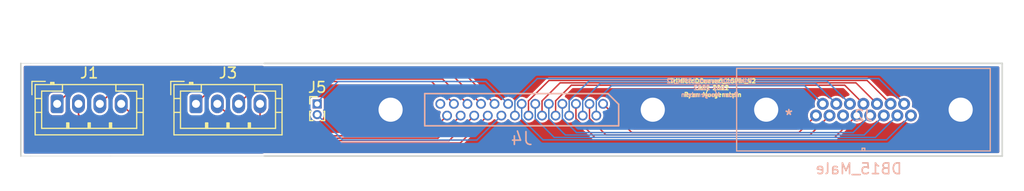
<source format=kicad_pcb>
(kicad_pcb (version 20171130) (host pcbnew "(5.1.10)-1")

  (general
    (thickness 1.6)
    (drawings 12)
    (tracks 88)
    (zones 0)
    (modules 5)
    (nets 28)
  )

  (page A4)
  (layers
    (0 F.Cu signal)
    (31 B.Cu signal)
    (32 B.Adhes user)
    (33 F.Adhes user)
    (34 B.Paste user)
    (35 F.Paste user)
    (36 B.SilkS user)
    (37 F.SilkS user)
    (38 B.Mask user)
    (39 F.Mask user)
    (40 Dwgs.User user)
    (41 Cmts.User user)
    (42 Eco1.User user)
    (43 Eco2.User user)
    (44 Edge.Cuts user)
    (45 Margin user)
    (46 B.CrtYd user)
    (47 F.CrtYd user)
    (48 B.Fab user)
    (49 F.Fab user)
  )

  (setup
    (last_trace_width 0.135)
    (trace_clearance 0.09)
    (zone_clearance 0.2)
    (zone_45_only no)
    (trace_min 0.09)
    (via_size 0.8)
    (via_drill 0.4)
    (via_min_size 0.4)
    (via_min_drill 0.3)
    (uvia_size 0.3)
    (uvia_drill 0.1)
    (uvias_allowed no)
    (uvia_min_size 0.2)
    (uvia_min_drill 0.1)
    (edge_width 0.05)
    (segment_width 0.2)
    (pcb_text_width 0.3)
    (pcb_text_size 1.5 1.5)
    (mod_edge_width 0.12)
    (mod_text_size 1 1)
    (mod_text_width 0.15)
    (pad_size 3.6 3.6)
    (pad_drill 2.2606)
    (pad_to_mask_clearance 0)
    (aux_axis_origin 0 0)
    (visible_elements 7FFFFFFF)
    (pcbplotparams
      (layerselection 0x010fc_ffffffff)
      (usegerberextensions false)
      (usegerberattributes true)
      (usegerberadvancedattributes true)
      (creategerberjobfile true)
      (excludeedgelayer true)
      (linewidth 0.100000)
      (plotframeref false)
      (viasonmask false)
      (mode 1)
      (useauxorigin false)
      (hpglpennumber 1)
      (hpglpenspeed 20)
      (hpglpendiameter 15.000000)
      (psnegative false)
      (psa4output false)
      (plotreference true)
      (plotvalue true)
      (plotinvisibletext false)
      (padsonsilk false)
      (subtractmaskfromsilk false)
      (outputformat 1)
      (mirror false)
      (drillshape 0)
      (scaleselection 1)
      (outputdirectory "Gerber/"))
  )

  (net 0 "")
  (net 1 "Net-(J1-Pad1)")
  (net 2 "Net-(J1-Pad2)")
  (net 3 "Net-(J1-Pad3)")
  (net 4 "Net-(J1-Pad4)")
  (net 5 "Net-(J2-Pad15)")
  (net 6 "Net-(J2-Pad14)")
  (net 7 "Net-(J2-Pad13)")
  (net 8 "Net-(J2-Pad12)")
  (net 9 "Net-(J2-Pad11)")
  (net 10 "Net-(J2-Pad10)")
  (net 11 "Net-(J2-Pad9)")
  (net 12 "Net-(J2-Pad8)")
  (net 13 "Net-(J2-Pad7)")
  (net 14 "Net-(J2-Pad6)")
  (net 15 "Net-(J2-Pad5)")
  (net 16 "Net-(J2-Pad4)")
  (net 17 "Net-(J2-Pad3)")
  (net 18 "Net-(J2-Pad2)")
  (net 19 "Net-(J2-Pad1)")
  (net 20 "Net-(J4-Pad13)")
  (net 21 GND)
  (net 22 "Net-(J3-Pad4)")
  (net 23 "Net-(J3-Pad3)")
  (net 24 "Net-(J3-Pad2)")
  (net 25 "Net-(J3-Pad1)")
  (net 26 "Net-(J4-Pad21)")
  (net 27 "Net-(J4-Pad8)")

  (net_class Default "This is the default net class."
    (clearance 0.09)
    (trace_width 0.135)
    (via_dia 0.8)
    (via_drill 0.4)
    (uvia_dia 0.3)
    (uvia_drill 0.1)
    (add_net GND)
    (add_net "Net-(J1-Pad1)")
    (add_net "Net-(J1-Pad2)")
    (add_net "Net-(J1-Pad3)")
    (add_net "Net-(J1-Pad4)")
    (add_net "Net-(J2-Pad1)")
    (add_net "Net-(J2-Pad10)")
    (add_net "Net-(J2-Pad11)")
    (add_net "Net-(J2-Pad12)")
    (add_net "Net-(J2-Pad13)")
    (add_net "Net-(J2-Pad14)")
    (add_net "Net-(J2-Pad15)")
    (add_net "Net-(J2-Pad2)")
    (add_net "Net-(J2-Pad3)")
    (add_net "Net-(J2-Pad4)")
    (add_net "Net-(J2-Pad5)")
    (add_net "Net-(J2-Pad6)")
    (add_net "Net-(J2-Pad7)")
    (add_net "Net-(J2-Pad8)")
    (add_net "Net-(J2-Pad9)")
    (add_net "Net-(J3-Pad1)")
    (add_net "Net-(J3-Pad2)")
    (add_net "Net-(J3-Pad3)")
    (add_net "Net-(J3-Pad4)")
    (add_net "Net-(J4-Pad13)")
    (add_net "Net-(J4-Pad21)")
    (add_net "Net-(J4-Pad8)")
  )

  (module Connector:Norcomp-380-025-113L001-microd_NoLeads (layer B.Cu) (tedit 62D06DBE) (tstamp 61088168)
    (at -32 0.55 180)
    (tags "380-025-213L001 ")
    (path /610858EB)
    (fp_text reference J4 (at 0 -2.71 180) (layer B.SilkS)
      (effects (font (size 1.2 1.2) (thickness 0.15)) (justify mirror))
    )
    (fp_text value DB25_Male (at 0.365 -6 180) (layer F.Fab)
      (effects (font (size 1.2 1.2) (thickness 0.15)))
    )
    (fp_line (start -8.08 1.51) (end -9.08 0.51) (layer B.SilkS) (width 0.15))
    (fp_line (start -9.08 0.51) (end -9.08 -1.51) (layer B.SilkS) (width 0.15))
    (fp_line (start -9.08 -1.51) (end 9.08 -1.51) (layer B.SilkS) (width 0.15))
    (fp_line (start 9.08 -1.51) (end 9.08 1.51) (layer B.SilkS) (width 0.15))
    (fp_line (start 9.08 1.51) (end -8.08 1.51) (layer B.SilkS) (width 0.15))
    (fp_line (start -14.85 -3.675) (end 14.85 -3.675) (layer B.CrtYd) (width 0.15))
    (fp_line (start 14.85 -3.675) (end 14.85 3.675) (layer B.CrtYd) (width 0.15))
    (fp_line (start 14.85 3.675) (end -14.85 3.675) (layer B.CrtYd) (width 0.15))
    (fp_line (start -14.85 3.675) (end -14.85 -3.675) (layer B.CrtYd) (width 0.15))
    (fp_text user "Male / Plug" (at 0 2.54 180) (layer B.Fab)
      (effects (font (size 1.2 1.2) (thickness 0.15)) (justify mirror))
    )
    (fp_text user 1 (at -7.62 2.54 180) (layer Dwgs.User)
      (effects (font (size 1 1) (thickness 0.15)))
    )
    (pad 0 thru_hole circle (at -12.275 0 180) (size 3.6 3.6) (drill 2.2606) (layers *.Cu *.Mask)
      (net 21 GND) (zone_connect 2))
    (pad 0 thru_hole circle (at 12.275 0 180) (size 3.6 3.6) (drill 2.2606) (layers *.Cu *.Mask)
      (net 21 GND) (zone_connect 2))
    (pad 13 thru_hole oval (at 7.62 0.55 180) (size 0.92 0.92) (drill 0.61) (layers *.Cu *.Mask)
      (net 20 "Net-(J4-Pad13)"))
    (pad 25 thru_hole oval (at 6.985 -0.55 180) (size 0.92 0.92) (drill 0.61) (layers *.Cu *.Mask)
      (net 22 "Net-(J3-Pad4)"))
    (pad 12 thru_hole oval (at 6.35 0.55 180) (size 0.92 0.92) (drill 0.61) (layers *.Cu *.Mask)
      (net 23 "Net-(J3-Pad3)"))
    (pad 24 thru_hole oval (at 5.715 -0.55 180) (size 0.92 0.92) (drill 0.61) (layers *.Cu *.Mask)
      (net 24 "Net-(J3-Pad2)"))
    (pad 11 thru_hole oval (at 5.08 0.55 180) (size 0.92 0.92) (drill 0.61) (layers *.Cu *.Mask)
      (net 25 "Net-(J3-Pad1)"))
    (pad 23 thru_hole oval (at 4.445 -0.55 180) (size 0.92 0.92) (drill 0.61) (layers *.Cu *.Mask)
      (net 4 "Net-(J1-Pad4)"))
    (pad 10 thru_hole oval (at 3.81 0.55 180) (size 0.92 0.92) (drill 0.61) (layers *.Cu *.Mask)
      (net 3 "Net-(J1-Pad3)"))
    (pad 22 thru_hole oval (at 3.175 -0.55 180) (size 0.92 0.92) (drill 0.61) (layers *.Cu *.Mask)
      (net 2 "Net-(J1-Pad2)"))
    (pad 9 thru_hole oval (at 2.54 0.55 180) (size 0.92 0.92) (drill 0.61) (layers *.Cu *.Mask)
      (net 1 "Net-(J1-Pad1)"))
    (pad 21 thru_hole oval (at 1.905 -0.55 180) (size 0.92 0.92) (drill 0.61) (layers *.Cu *.Mask)
      (net 26 "Net-(J4-Pad21)"))
    (pad 8 thru_hole oval (at 1.27 0.55 180) (size 0.92 0.92) (drill 0.61) (layers *.Cu *.Mask)
      (net 27 "Net-(J4-Pad8)"))
    (pad 20 thru_hole oval (at 0.635 -0.55 180) (size 0.92 0.92) (drill 0.61) (layers *.Cu *.Mask)
      (net 5 "Net-(J2-Pad15)"))
    (pad 7 thru_hole oval (at 0 0.55 180) (size 0.92 0.92) (drill 0.61) (layers *.Cu *.Mask)
      (net 12 "Net-(J2-Pad8)"))
    (pad 19 thru_hole oval (at -0.635 -0.55 180) (size 0.92 0.92) (drill 0.61) (layers *.Cu *.Mask)
      (net 6 "Net-(J2-Pad14)"))
    (pad 6 thru_hole oval (at -1.27 0.55 180) (size 0.92 0.92) (drill 0.61) (layers *.Cu *.Mask)
      (net 13 "Net-(J2-Pad7)"))
    (pad 18 thru_hole oval (at -1.905 -0.55 180) (size 0.92 0.92) (drill 0.61) (layers *.Cu *.Mask)
      (net 7 "Net-(J2-Pad13)"))
    (pad 5 thru_hole oval (at -2.54 0.55 180) (size 0.92 0.92) (drill 0.61) (layers *.Cu *.Mask)
      (net 14 "Net-(J2-Pad6)"))
    (pad 17 thru_hole oval (at -3.175 -0.55 180) (size 0.92 0.92) (drill 0.61) (layers *.Cu *.Mask)
      (net 8 "Net-(J2-Pad12)"))
    (pad 4 thru_hole oval (at -3.81 0.55 180) (size 0.92 0.92) (drill 0.61) (layers *.Cu *.Mask)
      (net 15 "Net-(J2-Pad5)"))
    (pad 16 thru_hole oval (at -4.445 -0.55 180) (size 0.92 0.92) (drill 0.61) (layers *.Cu *.Mask)
      (net 9 "Net-(J2-Pad11)"))
    (pad 3 thru_hole oval (at -5.08 0.55 180) (size 0.92 0.92) (drill 0.61) (layers *.Cu *.Mask)
      (net 16 "Net-(J2-Pad4)"))
    (pad 15 thru_hole oval (at -5.715 -0.55 180) (size 0.92 0.92) (drill 0.61) (layers *.Cu *.Mask)
      (net 10 "Net-(J2-Pad10)"))
    (pad 2 thru_hole oval (at -6.35 0.55 180) (size 0.92 0.92) (drill 0.61) (layers *.Cu *.Mask)
      (net 18 "Net-(J2-Pad2)"))
    (pad 14 thru_hole oval (at -6.985 -0.55 180) (size 0.92 0.92) (drill 0.61) (layers *.Cu *.Mask)
      (net 11 "Net-(J2-Pad9)"))
    (pad 1 thru_hole oval (at -7.62 0.55 180) (size 0.92 0.92) (drill 0.61) (layers *.Cu *.Mask)
      (net 19 "Net-(J2-Pad1)"))
    (model ${KIPRJMOD}/footprints/380-025-113L001.STEP
      (offset (xyz 0 0 3))
      (scale (xyz 1 1 1))
      (rotate (xyz 0 0 180))
    )
    (model C:/Users/Cir/Downloads/380-025-113L001.STEP
      (offset (xyz 0 3.6 10.5))
      (scale (xyz 1 1 1))
      (rotate (xyz 0 0 0))
    )
  )

  (module Connector_JST:JST_PH_B4B-PH-K_1x04_P2.00mm_Vertical (layer F.Cu) (tedit 5B7745C2) (tstamp 62CF3A19)
    (at -62.5 0)
    (descr "JST PH series connector, B4B-PH-K (http://www.jst-mfg.com/product/pdf/eng/ePH.pdf), generated with kicad-footprint-generator")
    (tags "connector JST PH side entry")
    (path /62D59C75)
    (attr smd)
    (fp_text reference J3 (at 3 -2.9) (layer F.SilkS)
      (effects (font (size 1 1) (thickness 0.15)))
    )
    (fp_text value Conn_01x04 (at 3 4) (layer F.Fab)
      (effects (font (size 1 1) (thickness 0.15) italic))
    )
    (fp_line (start 8.45 -2.2) (end -2.45 -2.2) (layer F.CrtYd) (width 0.05))
    (fp_line (start 8.45 3.3) (end 8.45 -2.2) (layer F.CrtYd) (width 0.05))
    (fp_line (start -2.45 3.3) (end 8.45 3.3) (layer F.CrtYd) (width 0.05))
    (fp_line (start -2.45 -2.2) (end -2.45 3.3) (layer F.CrtYd) (width 0.05))
    (fp_line (start 7.95 -1.7) (end -1.95 -1.7) (layer F.Fab) (width 0.1))
    (fp_line (start 7.95 2.8) (end 7.95 -1.7) (layer F.Fab) (width 0.1))
    (fp_line (start -1.95 2.8) (end 7.95 2.8) (layer F.Fab) (width 0.1))
    (fp_line (start -1.95 -1.7) (end -1.95 2.8) (layer F.Fab) (width 0.1))
    (fp_line (start -2.36 -2.11) (end -2.36 -0.86) (layer F.Fab) (width 0.1))
    (fp_line (start -1.11 -2.11) (end -2.36 -2.11) (layer F.Fab) (width 0.1))
    (fp_line (start -2.36 -2.11) (end -2.36 -0.86) (layer F.SilkS) (width 0.12))
    (fp_line (start -1.11 -2.11) (end -2.36 -2.11) (layer F.SilkS) (width 0.12))
    (fp_line (start 5 2.3) (end 5 1.8) (layer F.SilkS) (width 0.12))
    (fp_line (start 5.1 1.8) (end 5.1 2.3) (layer F.SilkS) (width 0.12))
    (fp_line (start 4.9 1.8) (end 5.1 1.8) (layer F.SilkS) (width 0.12))
    (fp_line (start 4.9 2.3) (end 4.9 1.8) (layer F.SilkS) (width 0.12))
    (fp_line (start 3 2.3) (end 3 1.8) (layer F.SilkS) (width 0.12))
    (fp_line (start 3.1 1.8) (end 3.1 2.3) (layer F.SilkS) (width 0.12))
    (fp_line (start 2.9 1.8) (end 3.1 1.8) (layer F.SilkS) (width 0.12))
    (fp_line (start 2.9 2.3) (end 2.9 1.8) (layer F.SilkS) (width 0.12))
    (fp_line (start 1 2.3) (end 1 1.8) (layer F.SilkS) (width 0.12))
    (fp_line (start 1.1 1.8) (end 1.1 2.3) (layer F.SilkS) (width 0.12))
    (fp_line (start 0.9 1.8) (end 1.1 1.8) (layer F.SilkS) (width 0.12))
    (fp_line (start 0.9 2.3) (end 0.9 1.8) (layer F.SilkS) (width 0.12))
    (fp_line (start 8.06 0.8) (end 7.45 0.8) (layer F.SilkS) (width 0.12))
    (fp_line (start 8.06 -0.5) (end 7.45 -0.5) (layer F.SilkS) (width 0.12))
    (fp_line (start -2.06 0.8) (end -1.45 0.8) (layer F.SilkS) (width 0.12))
    (fp_line (start -2.06 -0.5) (end -1.45 -0.5) (layer F.SilkS) (width 0.12))
    (fp_line (start 5.5 -1.2) (end 5.5 -1.81) (layer F.SilkS) (width 0.12))
    (fp_line (start 7.45 -1.2) (end 5.5 -1.2) (layer F.SilkS) (width 0.12))
    (fp_line (start 7.45 2.3) (end 7.45 -1.2) (layer F.SilkS) (width 0.12))
    (fp_line (start -1.45 2.3) (end 7.45 2.3) (layer F.SilkS) (width 0.12))
    (fp_line (start -1.45 -1.2) (end -1.45 2.3) (layer F.SilkS) (width 0.12))
    (fp_line (start 0.5 -1.2) (end -1.45 -1.2) (layer F.SilkS) (width 0.12))
    (fp_line (start 0.5 -1.81) (end 0.5 -1.2) (layer F.SilkS) (width 0.12))
    (fp_line (start -0.3 -1.91) (end -0.6 -1.91) (layer F.SilkS) (width 0.12))
    (fp_line (start -0.6 -2.01) (end -0.6 -1.81) (layer F.SilkS) (width 0.12))
    (fp_line (start -0.3 -2.01) (end -0.6 -2.01) (layer F.SilkS) (width 0.12))
    (fp_line (start -0.3 -1.81) (end -0.3 -2.01) (layer F.SilkS) (width 0.12))
    (fp_line (start 8.06 -1.81) (end -2.06 -1.81) (layer F.SilkS) (width 0.12))
    (fp_line (start 8.06 2.91) (end 8.06 -1.81) (layer F.SilkS) (width 0.12))
    (fp_line (start -2.06 2.91) (end 8.06 2.91) (layer F.SilkS) (width 0.12))
    (fp_line (start -2.06 -1.81) (end -2.06 2.91) (layer F.SilkS) (width 0.12))
    (fp_text user %R (at 3 1.5) (layer F.Fab)
      (effects (font (size 1 1) (thickness 0.15)))
    )
    (pad 4 thru_hole oval (at 6 0) (size 1.2 1.75) (drill 0.75) (layers *.Cu *.Mask)
      (net 22 "Net-(J3-Pad4)"))
    (pad 3 thru_hole oval (at 4 0) (size 1.2 1.75) (drill 0.75) (layers *.Cu *.Mask)
      (net 23 "Net-(J3-Pad3)"))
    (pad 2 thru_hole oval (at 2 0) (size 1.2 1.75) (drill 0.75) (layers *.Cu *.Mask)
      (net 24 "Net-(J3-Pad2)"))
    (pad 1 thru_hole roundrect (at 0 0) (size 1.2 1.75) (drill 0.75) (layers *.Cu *.Mask) (roundrect_rratio 0.2083325)
      (net 25 "Net-(J3-Pad1)"))
    (model ${KISYS3DMOD}/Connector_JST.3dshapes/JST_PH_B4B-PH-K_1x04_P2.00mm_Vertical.wrl
      (at (xyz 0 0 0))
      (scale (xyz 1 1 1))
      (rotate (xyz 0 0 0))
    )
  )

  (module Connector_JST:JST_PH_B4B-PH-K_1x04_P2.00mm_Vertical (layer F.Cu) (tedit 5B7745C2) (tstamp 62CF2B65)
    (at -75.5 0)
    (descr "JST PH series connector, B4B-PH-K (http://www.jst-mfg.com/product/pdf/eng/ePH.pdf), generated with kicad-footprint-generator")
    (tags "connector JST PH side entry")
    (path /62D54AD7)
    (attr smd)
    (fp_text reference J1 (at 3 -2.9) (layer F.SilkS)
      (effects (font (size 1 1) (thickness 0.15)))
    )
    (fp_text value Conn_01x04 (at 3 4) (layer F.Fab)
      (effects (font (size 1 1) (thickness 0.15)))
    )
    (fp_line (start 8.45 -2.2) (end -2.45 -2.2) (layer F.CrtYd) (width 0.05))
    (fp_line (start 8.45 3.3) (end 8.45 -2.2) (layer F.CrtYd) (width 0.05))
    (fp_line (start -2.45 3.3) (end 8.45 3.3) (layer F.CrtYd) (width 0.05))
    (fp_line (start -2.45 -2.2) (end -2.45 3.3) (layer F.CrtYd) (width 0.05))
    (fp_line (start 7.95 -1.7) (end -1.95 -1.7) (layer F.Fab) (width 0.1))
    (fp_line (start 7.95 2.8) (end 7.95 -1.7) (layer F.Fab) (width 0.1))
    (fp_line (start -1.95 2.8) (end 7.95 2.8) (layer F.Fab) (width 0.1))
    (fp_line (start -1.95 -1.7) (end -1.95 2.8) (layer F.Fab) (width 0.1))
    (fp_line (start -2.36 -2.11) (end -2.36 -0.86) (layer F.Fab) (width 0.1))
    (fp_line (start -1.11 -2.11) (end -2.36 -2.11) (layer F.Fab) (width 0.1))
    (fp_line (start -2.36 -2.11) (end -2.36 -0.86) (layer F.SilkS) (width 0.12))
    (fp_line (start -1.11 -2.11) (end -2.36 -2.11) (layer F.SilkS) (width 0.12))
    (fp_line (start 5 2.3) (end 5 1.8) (layer F.SilkS) (width 0.12))
    (fp_line (start 5.1 1.8) (end 5.1 2.3) (layer F.SilkS) (width 0.12))
    (fp_line (start 4.9 1.8) (end 5.1 1.8) (layer F.SilkS) (width 0.12))
    (fp_line (start 4.9 2.3) (end 4.9 1.8) (layer F.SilkS) (width 0.12))
    (fp_line (start 3 2.3) (end 3 1.8) (layer F.SilkS) (width 0.12))
    (fp_line (start 3.1 1.8) (end 3.1 2.3) (layer F.SilkS) (width 0.12))
    (fp_line (start 2.9 1.8) (end 3.1 1.8) (layer F.SilkS) (width 0.12))
    (fp_line (start 2.9 2.3) (end 2.9 1.8) (layer F.SilkS) (width 0.12))
    (fp_line (start 1 2.3) (end 1 1.8) (layer F.SilkS) (width 0.12))
    (fp_line (start 1.1 1.8) (end 1.1 2.3) (layer F.SilkS) (width 0.12))
    (fp_line (start 0.9 1.8) (end 1.1 1.8) (layer F.SilkS) (width 0.12))
    (fp_line (start 0.9 2.3) (end 0.9 1.8) (layer F.SilkS) (width 0.12))
    (fp_line (start 8.06 0.8) (end 7.45 0.8) (layer F.SilkS) (width 0.12))
    (fp_line (start 8.06 -0.5) (end 7.45 -0.5) (layer F.SilkS) (width 0.12))
    (fp_line (start -2.06 0.8) (end -1.45 0.8) (layer F.SilkS) (width 0.12))
    (fp_line (start -2.06 -0.5) (end -1.45 -0.5) (layer F.SilkS) (width 0.12))
    (fp_line (start 5.5 -1.2) (end 5.5 -1.81) (layer F.SilkS) (width 0.12))
    (fp_line (start 7.45 -1.2) (end 5.5 -1.2) (layer F.SilkS) (width 0.12))
    (fp_line (start 7.45 2.3) (end 7.45 -1.2) (layer F.SilkS) (width 0.12))
    (fp_line (start -1.45 2.3) (end 7.45 2.3) (layer F.SilkS) (width 0.12))
    (fp_line (start -1.45 -1.2) (end -1.45 2.3) (layer F.SilkS) (width 0.12))
    (fp_line (start 0.5 -1.2) (end -1.45 -1.2) (layer F.SilkS) (width 0.12))
    (fp_line (start 0.5 -1.81) (end 0.5 -1.2) (layer F.SilkS) (width 0.12))
    (fp_line (start -0.3 -1.91) (end -0.6 -1.91) (layer F.SilkS) (width 0.12))
    (fp_line (start -0.6 -2.01) (end -0.6 -1.81) (layer F.SilkS) (width 0.12))
    (fp_line (start -0.3 -2.01) (end -0.6 -2.01) (layer F.SilkS) (width 0.12))
    (fp_line (start -0.3 -1.81) (end -0.3 -2.01) (layer F.SilkS) (width 0.12))
    (fp_line (start 8.06 -1.81) (end -2.06 -1.81) (layer F.SilkS) (width 0.12))
    (fp_line (start 8.06 2.91) (end 8.06 -1.81) (layer F.SilkS) (width 0.12))
    (fp_line (start -2.06 2.91) (end 8.06 2.91) (layer F.SilkS) (width 0.12))
    (fp_line (start -2.06 -1.81) (end -2.06 2.91) (layer F.SilkS) (width 0.12))
    (fp_text user %R (at 3 1.5) (layer F.Fab)
      (effects (font (size 1 1) (thickness 0.15)))
    )
    (pad 4 thru_hole oval (at 6 0) (size 1.2 1.75) (drill 0.75) (layers *.Cu *.Mask)
      (net 4 "Net-(J1-Pad4)"))
    (pad 3 thru_hole oval (at 4 0) (size 1.2 1.75) (drill 0.75) (layers *.Cu *.Mask)
      (net 3 "Net-(J1-Pad3)"))
    (pad 2 thru_hole oval (at 2 0) (size 1.2 1.75) (drill 0.75) (layers *.Cu *.Mask)
      (net 2 "Net-(J1-Pad2)"))
    (pad 1 thru_hole roundrect (at 0 0) (size 1.2 1.75) (drill 0.75) (layers *.Cu *.Mask) (roundrect_rratio 0.2083325)
      (net 1 "Net-(J1-Pad1)"))
    (model ${KISYS3DMOD}/Connector_JST.3dshapes/JST_PH_B4B-PH-K_1x04_P2.00mm_Vertical.wrl
      (at (xyz 0 0 0))
      (scale (xyz 1 1 1))
      (rotate (xyz 0 0 0))
    )
  )

  (module Connector_PinHeader_1.00mm:PinHeader_1x02_P1.00mm_Vertical (layer F.Cu) (tedit 59FED738) (tstamp 62CF1186)
    (at -51.15 0.01)
    (descr "Through hole straight pin header, 1x02, 1.00mm pitch, single row")
    (tags "Through hole pin header THT 1x02 1.00mm single row")
    (path /62CF5D5C)
    (fp_text reference J5 (at 0 -1.56) (layer F.SilkS)
      (effects (font (size 1 1) (thickness 0.15)))
    )
    (fp_text value Conn_01x02 (at 0 2.56) (layer F.Fab)
      (effects (font (size 1 1) (thickness 0.15)))
    )
    (fp_line (start -0.3175 -0.5) (end 0.635 -0.5) (layer F.Fab) (width 0.1))
    (fp_line (start 0.635 -0.5) (end 0.635 1.5) (layer F.Fab) (width 0.1))
    (fp_line (start 0.635 1.5) (end -0.635 1.5) (layer F.Fab) (width 0.1))
    (fp_line (start -0.635 1.5) (end -0.635 -0.1825) (layer F.Fab) (width 0.1))
    (fp_line (start -0.635 -0.1825) (end -0.3175 -0.5) (layer F.Fab) (width 0.1))
    (fp_line (start -0.695 1.56) (end -0.394493 1.56) (layer F.SilkS) (width 0.12))
    (fp_line (start 0.394493 1.56) (end 0.695 1.56) (layer F.SilkS) (width 0.12))
    (fp_line (start -0.695 0.685) (end -0.695 1.56) (layer F.SilkS) (width 0.12))
    (fp_line (start 0.695 0.685) (end 0.695 1.56) (layer F.SilkS) (width 0.12))
    (fp_line (start -0.695 0.685) (end -0.608276 0.685) (layer F.SilkS) (width 0.12))
    (fp_line (start 0.608276 0.685) (end 0.695 0.685) (layer F.SilkS) (width 0.12))
    (fp_line (start -0.695 0) (end -0.695 -0.685) (layer F.SilkS) (width 0.12))
    (fp_line (start -0.695 -0.685) (end 0 -0.685) (layer F.SilkS) (width 0.12))
    (fp_line (start -1.15 -1) (end -1.15 2) (layer F.CrtYd) (width 0.05))
    (fp_line (start -1.15 2) (end 1.15 2) (layer F.CrtYd) (width 0.05))
    (fp_line (start 1.15 2) (end 1.15 -1) (layer F.CrtYd) (width 0.05))
    (fp_line (start 1.15 -1) (end -1.15 -1) (layer F.CrtYd) (width 0.05))
    (fp_text user %R (at 0 0.5 90) (layer F.Fab)
      (effects (font (size 0.76 0.76) (thickness 0.114)))
    )
    (pad 2 thru_hole oval (at 0 1) (size 0.85 0.85) (drill 0.5) (layers *.Cu *.Mask)
      (net 26 "Net-(J4-Pad21)"))
    (pad 1 thru_hole rect (at 0 0) (size 0.85 0.85) (drill 0.5) (layers *.Cu *.Mask)
      (net 27 "Net-(J4-Pad8)"))
    (model ${KISYS3DMOD}/Connector_PinHeader_1.00mm.3dshapes/PinHeader_1x02_P1.00mm_Vertical.wrl
      (at (xyz 0 0 0))
      (scale (xyz 1 1 1))
      (rotate (xyz 0 0 0))
    )
  )

  (module Connector:380-015-113L001 (layer B.Cu) (tedit 62CF059E) (tstamp 61087F78)
    (at -4.445 1.0922)
    (path /61081BFB)
    (fp_text reference J2 (at 4.445 0) (layer B.SilkS)
      (effects (font (size 1 1) (thickness 0.15)) (justify mirror))
    )
    (fp_text value DB15_Male (at 4 5) (layer B.SilkS)
      (effects (font (size 1 1) (thickness 0.15)) (justify mirror))
    )
    (fp_line (start 16.4465 -4.5466) (end 16.4465 3.4544) (layer B.CrtYd) (width 0.05))
    (fp_line (start -7.5565 -4.5466) (end 16.4465 -4.5466) (layer B.CrtYd) (width 0.05))
    (fp_line (start -7.5565 3.4544) (end -7.5565 -4.5466) (layer B.CrtYd) (width 0.05))
    (fp_line (start 16.4465 3.4544) (end -7.5565 3.4544) (layer B.CrtYd) (width 0.05))
    (fp_line (start 4.445 3.2004) (end 4.445 3.2004) (layer B.Fab) (width 0.1))
    (fp_line (start 4.445 3.2004) (end 4.445 3.2004) (layer B.Fab) (width 0.1))
    (fp_line (start 4.445 3.2004) (end 4.445 3.2004) (layer B.Fab) (width 0.1))
    (fp_line (start 4.445 3.2004) (end 4.445 3.2004) (layer B.Fab) (width 0.1))
    (fp_line (start 4.318 3.3274) (end 4.318 3.0734) (layer B.SilkS) (width 0.12))
    (fp_line (start 4.572 3.3274) (end 4.318 3.3274) (layer B.SilkS) (width 0.12))
    (fp_line (start 4.572 3.0734) (end 4.572 3.3274) (layer B.SilkS) (width 0.12))
    (fp_line (start 4.318 3.0734) (end 4.572 3.0734) (layer B.SilkS) (width 0.12))
    (fp_line (start -7.3025 3.2004) (end -7.3025 -4.2926) (layer B.Fab) (width 0.1))
    (fp_line (start 16.1925 3.2004) (end -7.3025 3.2004) (layer B.Fab) (width 0.1))
    (fp_line (start 16.1925 -4.2926) (end 16.1925 3.2004) (layer B.Fab) (width 0.1))
    (fp_line (start -7.3025 -4.2926) (end 16.1925 -4.2926) (layer B.Fab) (width 0.1))
    (fp_line (start -7.4295 3.3274) (end -7.4295 -4.4196) (layer B.SilkS) (width 0.12))
    (fp_line (start 16.3195 3.3274) (end -7.4295 3.3274) (layer B.SilkS) (width 0.12))
    (fp_line (start 16.3195 -4.4196) (end 16.3195 3.3274) (layer B.SilkS) (width 0.12))
    (fp_line (start -7.4295 -4.4196) (end 16.3195 -4.4196) (layer B.SilkS) (width 0.12))
    (fp_text user * (at -2.54 0) (layer B.Fab)
      (effects (font (size 1 1) (thickness 0.15)) (justify mirror))
    )
    (fp_text user * (at -2.54 0) (layer B.SilkS)
      (effects (font (size 1 1) (thickness 0.15)) (justify mirror))
    )
    (fp_text user * (at -2.54 0) (layer B.Fab)
      (effects (font (size 1 1) (thickness 0.15)) (justify mirror))
    )
    (fp_text user * (at -2.54 0) (layer B.SilkS)
      (effects (font (size 1 1) (thickness 0.15)) (justify mirror))
    )
    (fp_text user "Copyright 2021 Accelerated Designs. All rights reserved." (at 0 0) (layer Cmts.User)
      (effects (font (size 0.127 0.127) (thickness 0.002)))
    )
    (fp_text user "0.14in socket head cap screw size = 3.6mm" (at 2.1 -5.7) (layer Dwgs.User)
      (effects (font (size 1 1) (thickness 0.15)))
    )
    (pad 0 thru_hole circle (at 13.5509 -0.5461) (size 3.6 3.6) (drill 2.2606) (layers *.Cu *.Mask)
      (net 21 GND) (zone_connect 2))
    (pad 0 thru_hole circle (at -4.6609 -0.5461) (size 3.6 3.6) (drill 2.2606) (layers *.Cu *.Mask)
      (net 21 GND) (zone_connect 2))
    (pad 15 thru_hole circle (at 8.255 -1.0922) (size 1.1176 1.1176) (drill 0.6096) (layers *.Cu *.Mask)
      (net 5 "Net-(J2-Pad15)"))
    (pad 14 thru_hole circle (at 6.985 -1.0922) (size 1.1176 1.1176) (drill 0.6096) (layers *.Cu *.Mask)
      (net 6 "Net-(J2-Pad14)"))
    (pad 13 thru_hole circle (at 5.715 -1.0922) (size 1.1176 1.1176) (drill 0.6096) (layers *.Cu *.Mask)
      (net 7 "Net-(J2-Pad13)"))
    (pad 12 thru_hole circle (at 4.445 -1.0922) (size 1.1176 1.1176) (drill 0.6096) (layers *.Cu *.Mask)
      (net 8 "Net-(J2-Pad12)"))
    (pad 11 thru_hole circle (at 3.175 -1.0922) (size 1.1176 1.1176) (drill 0.6096) (layers *.Cu *.Mask)
      (net 9 "Net-(J2-Pad11)"))
    (pad 10 thru_hole circle (at 1.905 -1.0922) (size 1.1176 1.1176) (drill 0.6096) (layers *.Cu *.Mask)
      (net 10 "Net-(J2-Pad10)"))
    (pad 9 thru_hole circle (at 0.635 -1.0922) (size 1.1176 1.1176) (drill 0.6096) (layers *.Cu *.Mask)
      (net 11 "Net-(J2-Pad9)"))
    (pad 8 thru_hole circle (at 8.89 0) (size 1.1176 1.1176) (drill 0.6096) (layers *.Cu *.Mask)
      (net 12 "Net-(J2-Pad8)"))
    (pad 7 thru_hole circle (at 7.62 0) (size 1.1176 1.1176) (drill 0.6096) (layers *.Cu *.Mask)
      (net 13 "Net-(J2-Pad7)"))
    (pad 6 thru_hole circle (at 6.35 0) (size 1.1176 1.1176) (drill 0.6096) (layers *.Cu *.Mask)
      (net 14 "Net-(J2-Pad6)"))
    (pad 5 thru_hole circle (at 5.08 0) (size 1.1176 1.1176) (drill 0.6096) (layers *.Cu *.Mask)
      (net 15 "Net-(J2-Pad5)"))
    (pad 4 thru_hole circle (at 3.81 0) (size 1.1176 1.1176) (drill 0.6096) (layers *.Cu *.Mask)
      (net 16 "Net-(J2-Pad4)"))
    (pad 3 thru_hole circle (at 2.54 0) (size 1.1176 1.1176) (drill 0.6096) (layers *.Cu *.Mask)
      (net 17 "Net-(J2-Pad3)"))
    (pad 2 thru_hole circle (at 1.27 0) (size 1.1176 1.1176) (drill 0.6096) (layers *.Cu *.Mask)
      (net 18 "Net-(J2-Pad2)"))
    (pad 1 thru_hole circle (at 0 0) (size 1.1176 1.1176) (drill 0.6096) (layers *.Cu *.Mask)
      (net 19 "Net-(J2-Pad1)"))
    (model C:/Users/Cir/Documents/NIST_Research/CryoCircuits/New_CryoCircuits/TriMicroDConverter/KiCAD/380-015-113L001.STEP
      (offset (xyz 4.4 3.1 8.5))
      (scale (xyz 1 1 1))
      (rotate (xyz 0 0 0))
    )
  )

  (gr_line (start -77.978 4.9) (end -78.9 4.9) (layer Edge.Cuts) (width 0.05) (tstamp 62CF589E))
  (gr_line (start -77.978 -3.8) (end -78.9 -3.8) (layer Edge.Cuts) (width 0.05) (tstamp 62CF589D))
  (gr_line (start -77.978 -3.8) (end -61.1 -3.8) (layer Edge.Cuts) (width 0.05) (tstamp 62CF5899))
  (gr_line (start -70.5 4.9) (end -77.978 4.9) (layer Edge.Cuts) (width 0.05) (tstamp 62CF3C69))
  (gr_text "TriMicroDConvert_15Pin_V2\nJuly 2022\nRyan Morgenstern" (at -14.1 -1.5) (layer F.SilkS) (tstamp 62CF1806)
    (effects (font (size 0.4 0.4) (thickness 0.1)))
  )
  (gr_line (start -56.1 -3.8) (end -61.1 -3.8) (layer Edge.Cuts) (width 0.05) (tstamp 62CF1153))
  (gr_line (start -56.1 4.9) (end -70.5 4.9) (layer Edge.Cuts) (width 0.05) (tstamp 62CF1152))
  (gr_text "TriMicroDConvert_15Pin_V2\nJuly 2022\nRyan Morgenstern" (at -14.4 -1.5) (layer B.SilkS)
    (effects (font (size 0.4 0.4) (thickness 0.1)) (justify mirror))
  )
  (gr_line (start -56.1 -3.8) (end 13 -3.8) (layer Edge.Cuts) (width 0.15) (tstamp 6108860A))
  (gr_line (start -78.9 4.9) (end -78.9 -3.8) (layer Edge.Cuts) (width 0.15))
  (gr_line (start 13 4.9) (end -56.1 4.9) (layer Edge.Cuts) (width 0.15))
  (gr_line (start 13 -3.8) (end 13 4.9) (layer Edge.Cuts) (width 0.15))

  (segment (start -37.315028 -2.775028) (end -34.54 0) (width 0.135) (layer F.Cu) (net 1))
  (segment (start -72.724972 -2.775028) (end -37.315028 -2.775028) (width 0.135) (layer F.Cu) (net 1))
  (segment (start -75.5 0) (end -72.724972 -2.775028) (width 0.135) (layer F.Cu) (net 1))
  (segment (start -37.75003 3.67503) (end -35.175 1.1) (width 0.135) (layer F.Cu) (net 2))
  (segment (start -70.83497 3.67503) (end -37.75003 3.67503) (width 0.135) (layer F.Cu) (net 2))
  (segment (start -73.5 1.01) (end -70.83497 3.67503) (width 0.135) (layer F.Cu) (net 2))
  (segment (start -73.5 0) (end -73.5 1.01) (width 0.135) (layer F.Cu) (net 2))
  (segment (start -38.360019 -2.550019) (end -35.81 0) (width 0.135) (layer F.Cu) (net 3))
  (segment (start -68.949981 -2.550019) (end -38.360019 -2.550019) (width 0.135) (layer F.Cu) (net 3))
  (segment (start -71.5 0) (end -68.949981 -2.550019) (width 0.135) (layer F.Cu) (net 3))
  (segment (start -38.79502 3.45002) (end -36.445 1.1) (width 0.135) (layer F.Cu) (net 4))
  (segment (start -66.04998 3.45002) (end -38.79502 3.45002) (width 0.135) (layer F.Cu) (net 4))
  (segment (start -69.5 0) (end -66.04998 3.45002) (width 0.135) (layer F.Cu) (net 4))
  (segment (start -32.635 -0.278902) (end -32.635 1.1) (width 0.135) (layer B.Cu) (net 5) (status 20))
  (segment (start -30.538872 -2.37503) (end -32.635 -0.278902) (width 0.135) (layer B.Cu) (net 5))
  (segment (start 1.43497 -2.37503) (end -30.538872 -2.37503) (width 0.135) (layer B.Cu) (net 5))
  (segment (start 3.81 0) (end 1.43497 -2.37503) (width 0.135) (layer B.Cu) (net 5) (status 10))
  (segment (start 0.339982 -2.200018) (end 2.54 0) (width 0.135) (layer F.Cu) (net 6) (status 20))
  (segment (start -31.365 -0.278902) (end -29.443884 -2.200018) (width 0.135) (layer F.Cu) (net 6))
  (segment (start -29.443884 -2.200018) (end 0.339982 -2.200018) (width 0.135) (layer F.Cu) (net 6))
  (segment (start -31.365 1.1) (end -31.365 -0.278902) (width 0.135) (layer F.Cu) (net 6) (status 10))
  (segment (start -0.705009 -1.975009) (end 1.27 0) (width 0.135) (layer F.Cu) (net 7) (status 20))
  (segment (start -28.398893 -1.975009) (end -0.705009 -1.975009) (width 0.135) (layer F.Cu) (net 7))
  (segment (start -30.095 -0.278902) (end -28.398893 -1.975009) (width 0.135) (layer F.Cu) (net 7))
  (segment (start -30.095 1.1) (end -30.095 -0.278902) (width 0.135) (layer F.Cu) (net 7) (status 10))
  (segment (start -28.825 -0.278902) (end -27.353902 -1.75) (width 0.135) (layer F.Cu) (net 8))
  (segment (start -28.825 1.1) (end -28.825 -0.278902) (width 0.135) (layer F.Cu) (net 8) (status 10))
  (segment (start -1.75 -1.75) (end 0 0) (width 0.135) (layer F.Cu) (net 8) (status 20))
  (segment (start -27.353902 -1.75) (end -1.75 -1.75) (width 0.135) (layer F.Cu) (net 8))
  (segment (start -3.42002 -2.15002) (end -1.27 0) (width 0.135) (layer B.Cu) (net 9) (status 20))
  (segment (start -25.683882 -2.15002) (end -3.42002 -2.15002) (width 0.135) (layer B.Cu) (net 9))
  (segment (start -27.555 -0.278902) (end -25.683882 -2.15002) (width 0.135) (layer B.Cu) (net 9))
  (segment (start -27.555 1.1) (end -27.555 -0.278902) (width 0.135) (layer B.Cu) (net 9) (status 10))
  (segment (start -4.46501 -1.92501) (end -2.54 0) (width 0.135) (layer B.Cu) (net 10) (status 20))
  (segment (start -24.638892 -1.92501) (end -4.46501 -1.92501) (width 0.135) (layer B.Cu) (net 10))
  (segment (start -26.285 -0.278902) (end -24.638892 -1.92501) (width 0.135) (layer B.Cu) (net 10))
  (segment (start -26.285 1.1) (end -26.285 -0.278902) (width 0.135) (layer B.Cu) (net 10) (status 10))
  (segment (start -25.015 -0.278902) (end -23.593902 -1.7) (width 0.135) (layer B.Cu) (net 11))
  (segment (start -25.015 1.1) (end -25.015 -0.278902) (width 0.135) (layer B.Cu) (net 11) (status 10))
  (segment (start -5.51 -1.7) (end -3.81 0) (width 0.135) (layer B.Cu) (net 11) (status 20))
  (segment (start -23.593902 -1.7) (end -5.51 -1.7) (width 0.135) (layer B.Cu) (net 11))
  (segment (start -32 1.378902) (end -32 0) (width 0.135) (layer B.Cu) (net 12) (status 20))
  (segment (start -30.003873 3.375029) (end -32 1.378902) (width 0.135) (layer B.Cu) (net 12))
  (segment (start 2.162171 3.375029) (end -30.003873 3.375029) (width 0.135) (layer B.Cu) (net 12))
  (segment (start 4.445 1.0922) (end 2.162171 3.375029) (width 0.135) (layer B.Cu) (net 12) (status 10))
  (segment (start 1.117181 3.150019) (end 3.175 1.0922) (width 0.135) (layer B.Cu) (net 13) (status 20))
  (segment (start -28.958883 3.150019) (end 1.117181 3.150019) (width 0.135) (layer B.Cu) (net 13))
  (segment (start -30.73 1.378902) (end -28.958883 3.150019) (width 0.135) (layer B.Cu) (net 13))
  (segment (start -30.73 0) (end -30.73 1.378902) (width 0.135) (layer B.Cu) (net 13) (status 10))
  (segment (start -29.46 1.378902) (end -29.46 0) (width 0.135) (layer B.Cu) (net 14) (status 20))
  (segment (start -27.913893 2.925009) (end -29.46 1.378902) (width 0.135) (layer B.Cu) (net 14))
  (segment (start 0.072191 2.925009) (end -27.913893 2.925009) (width 0.135) (layer B.Cu) (net 14))
  (segment (start 1.905 1.0922) (end 0.072191 2.925009) (width 0.135) (layer B.Cu) (net 14) (status 10))
  (segment (start -28.19 1.378902) (end -26.868902 2.7) (width 0.135) (layer B.Cu) (net 15))
  (segment (start -28.19 0) (end -28.19 1.378902) (width 0.135) (layer B.Cu) (net 15) (status 10))
  (segment (start -0.9728 2.7) (end 0.635 1.0922) (width 0.135) (layer B.Cu) (net 15) (status 20))
  (segment (start -26.868902 2.7) (end -0.9728 2.7) (width 0.135) (layer B.Cu) (net 15))
  (segment (start -26.92 1.378902) (end -26.92 0) (width 0.135) (layer F.Cu) (net 16) (status 20))
  (segment (start -25.148884 3.150018) (end -26.92 1.378902) (width 0.135) (layer F.Cu) (net 16))
  (segment (start -2.692818 3.150018) (end -25.148884 3.150018) (width 0.135) (layer F.Cu) (net 16))
  (segment (start -0.635 1.0922) (end -2.692818 3.150018) (width 0.135) (layer F.Cu) (net 16) (status 10))
  (segment (start -5.007809 2.925009) (end -3.175 1.0922) (width 0.135) (layer F.Cu) (net 18) (status 20))
  (segment (start -24.103893 2.925009) (end -5.007809 2.925009) (width 0.135) (layer F.Cu) (net 18))
  (segment (start -25.65 1.378902) (end -24.103893 2.925009) (width 0.135) (layer F.Cu) (net 18))
  (segment (start -25.65 0) (end -25.65 1.378902) (width 0.135) (layer F.Cu) (net 18) (status 10))
  (segment (start -4.445 1.0922) (end -6.0528 2.7) (width 0.135) (layer F.Cu) (net 19) (status 10))
  (segment (start -21.68 2.7) (end -24.38 0) (width 0.135) (layer F.Cu) (net 19) (status 20))
  (segment (start -6.0528 2.7) (end -21.68 2.7) (width 0.135) (layer F.Cu) (net 19))
  (segment (start -56.5 0) (end -56.5 1.5) (width 0.135) (layer F.Cu) (net 22))
  (segment (start -56.5 1.5) (end -55 3) (width 0.135) (layer F.Cu) (net 22))
  (segment (start -40.885 3) (end -38.985 1.1) (width 0.135) (layer F.Cu) (net 22))
  (segment (start -55 3) (end -40.885 3) (width 0.135) (layer F.Cu) (net 22))
  (segment (start -58.5 0) (end -56.4 -2.1) (width 0.135) (layer F.Cu) (net 23))
  (segment (start -40.45 -2.1) (end -38.35 0) (width 0.135) (layer F.Cu) (net 23))
  (segment (start -56.4 -2.1) (end -40.45 -2.1) (width 0.135) (layer F.Cu) (net 23))
  (segment (start -39.84001 3.22501) (end -37.715 1.1) (width 0.135) (layer F.Cu) (net 24))
  (segment (start -57.27499 3.22501) (end -39.84001 3.22501) (width 0.135) (layer F.Cu) (net 24))
  (segment (start -60.5 0) (end -57.27499 3.22501) (width 0.135) (layer F.Cu) (net 24))
  (segment (start -39.40501 -2.32501) (end -37.08 0) (width 0.135) (layer F.Cu) (net 25))
  (segment (start -60.17499 -2.32501) (end -39.40501 -2.32501) (width 0.135) (layer F.Cu) (net 25))
  (segment (start -62.5 0) (end -60.17499 -2.32501) (width 0.135) (layer F.Cu) (net 25))
  (segment (start -33.905 1.1) (end -36.205 3.4) (width 0.135) (layer B.Cu) (net 26))
  (segment (start -48.76 3.4) (end -51.15 1.01) (width 0.135) (layer B.Cu) (net 26))
  (segment (start -36.205 3.4) (end -48.76 3.4) (width 0.135) (layer B.Cu) (net 26))
  (segment (start -51.15 0.01) (end -51.15 -0.15) (width 0.135) (layer B.Cu) (net 27))
  (segment (start -51.15 -0.15) (end -49.2 -2.1) (width 0.135) (layer B.Cu) (net 27))
  (segment (start -35.37 -2.1) (end -33.27 0) (width 0.135) (layer B.Cu) (net 27))
  (segment (start -49.2 -2.1) (end -35.37 -2.1) (width 0.135) (layer B.Cu) (net 27))

  (zone (net 21) (net_name GND) (layer B.Cu) (tstamp 62D06DFD) (hatch edge 0.508)
    (connect_pads (clearance 0.2))
    (min_thickness 0.254)
    (fill yes (arc_segments 32) (thermal_gap 0.508) (thermal_bridge_width 0.508))
    (polygon
      (pts
        (xy 14.4 6.25) (xy -79.85 8.2) (xy -80.85 -9.4) (xy 14.4 -4.68)
      )
    )
    (filled_polygon
      (pts
        (xy -56.254583 -3.426803) (xy -56.178806 -3.403817) (xy -56.119747 -3.398) (xy 12.598 -3.398) (xy 12.598001 4.498)
        (xy -56.119747 4.498) (xy -56.178806 4.503817) (xy -56.254583 4.526803) (xy -56.294239 4.548) (xy -78.498 4.548)
        (xy -78.498 -0.625001) (xy -76.428582 -0.625001) (xy -76.428582 0.625001) (xy -76.417465 0.737877) (xy -76.38454 0.846414)
        (xy -76.331074 0.946443) (xy -76.25912 1.03412) (xy -76.171443 1.106074) (xy -76.071414 1.15954) (xy -75.962877 1.192465)
        (xy -75.850001 1.203582) (xy -75.149999 1.203582) (xy -75.037123 1.192465) (xy -74.928586 1.15954) (xy -74.828557 1.106074)
        (xy -74.74088 1.03412) (xy -74.668926 0.946443) (xy -74.61546 0.846414) (xy -74.582535 0.737877) (xy -74.571418 0.625001)
        (xy -74.571418 -0.320537) (xy -74.427 -0.320537) (xy -74.427 0.320538) (xy -74.413587 0.456724) (xy -74.36058 0.631464)
        (xy -74.2745 0.792505) (xy -74.158658 0.933659) (xy -74.017504 1.049501) (xy -73.856463 1.13558) (xy -73.681723 1.188587)
        (xy -73.5 1.206485) (xy -73.318276 1.188587) (xy -73.143536 1.13558) (xy -72.982495 1.049501) (xy -72.841341 0.933659)
        (xy -72.725499 0.792505) (xy -72.63942 0.631464) (xy -72.586413 0.456724) (xy -72.573 0.320538) (xy -72.573 -0.320537)
        (xy -72.427 -0.320537) (xy -72.427 0.320538) (xy -72.413587 0.456724) (xy -72.36058 0.631464) (xy -72.2745 0.792505)
        (xy -72.158658 0.933659) (xy -72.017504 1.049501) (xy -71.856463 1.13558) (xy -71.681723 1.188587) (xy -71.5 1.206485)
        (xy -71.318276 1.188587) (xy -71.143536 1.13558) (xy -70.982495 1.049501) (xy -70.841341 0.933659) (xy -70.725499 0.792505)
        (xy -70.63942 0.631464) (xy -70.586413 0.456724) (xy -70.573 0.320538) (xy -70.573 -0.320537) (xy -70.427 -0.320537)
        (xy -70.427 0.320538) (xy -70.413587 0.456724) (xy -70.36058 0.631464) (xy -70.2745 0.792505) (xy -70.158658 0.933659)
        (xy -70.017504 1.049501) (xy -69.856463 1.13558) (xy -69.681723 1.188587) (xy -69.5 1.206485) (xy -69.318276 1.188587)
        (xy -69.143536 1.13558) (xy -68.982495 1.049501) (xy -68.841341 0.933659) (xy -68.725499 0.792505) (xy -68.63942 0.631464)
        (xy -68.586413 0.456724) (xy -68.573 0.320538) (xy -68.573 -0.320538) (xy -68.586413 -0.456724) (xy -68.637459 -0.625001)
        (xy -63.428582 -0.625001) (xy -63.428582 0.625001) (xy -63.417465 0.737877) (xy -63.38454 0.846414) (xy -63.331074 0.946443)
        (xy -63.25912 1.03412) (xy -63.171443 1.106074) (xy -63.071414 1.15954) (xy -62.962877 1.192465) (xy -62.850001 1.203582)
        (xy -62.149999 1.203582) (xy -62.037123 1.192465) (xy -61.928586 1.15954) (xy -61.828557 1.106074) (xy -61.74088 1.03412)
        (xy -61.668926 0.946443) (xy -61.61546 0.846414) (xy -61.582535 0.737877) (xy -61.571418 0.625001) (xy -61.571418 -0.320537)
        (xy -61.427 -0.320537) (xy -61.427 0.320538) (xy -61.413587 0.456724) (xy -61.36058 0.631464) (xy -61.2745 0.792505)
        (xy -61.158658 0.933659) (xy -61.017504 1.049501) (xy -60.856463 1.13558) (xy -60.681723 1.188587) (xy -60.5 1.206485)
        (xy -60.318276 1.188587) (xy -60.143536 1.13558) (xy -59.982495 1.049501) (xy -59.841341 0.933659) (xy -59.725499 0.792505)
        (xy -59.63942 0.631464) (xy -59.586413 0.456724) (xy -59.573 0.320538) (xy -59.573 -0.320537) (xy -59.427 -0.320537)
        (xy -59.427 0.320538) (xy -59.413587 0.456724) (xy -59.36058 0.631464) (xy -59.2745 0.792505) (xy -59.158658 0.933659)
        (xy -59.017504 1.049501) (xy -58.856463 1.13558) (xy -58.681723 1.188587) (xy -58.5 1.206485) (xy -58.318276 1.188587)
        (xy -58.143536 1.13558) (xy -57.982495 1.049501) (xy -57.841341 0.933659) (xy -57.725499 0.792505) (xy -57.63942 0.631464)
        (xy -57.586413 0.456724) (xy -57.573 0.320538) (xy -57.573 -0.320537) (xy -57.427 -0.320537) (xy -57.427 0.320538)
        (xy -57.413587 0.456724) (xy -57.36058 0.631464) (xy -57.2745 0.792505) (xy -57.158658 0.933659) (xy -57.017504 1.049501)
        (xy -56.856463 1.13558) (xy -56.681723 1.188587) (xy -56.5 1.206485) (xy -56.318276 1.188587) (xy -56.143536 1.13558)
        (xy -55.982495 1.049501) (xy -55.841341 0.933659) (xy -55.725499 0.792505) (xy -55.63942 0.631464) (xy -55.586413 0.456724)
        (xy -55.573 0.320538) (xy -55.573 -0.320538) (xy -55.582303 -0.415) (xy -51.903582 -0.415) (xy -51.903582 0.435)
        (xy -51.897268 0.499103) (xy -51.87857 0.560743) (xy -51.848206 0.61755) (xy -51.817101 0.655453) (xy -51.873101 0.79065)
        (xy -51.902 0.935934) (xy -51.902 1.084066) (xy -51.873101 1.22935) (xy -51.816414 1.366206) (xy -51.734117 1.489372)
        (xy -51.629372 1.594117) (xy -51.506206 1.676414) (xy -51.36935 1.733101) (xy -51.224066 1.762) (xy -51.075934 1.762)
        (xy -50.97582 1.742086) (xy -49.052654 3.665253) (xy -49.040303 3.680303) (xy -48.980232 3.729601) (xy -48.911699 3.766233)
        (xy -48.837335 3.788791) (xy -48.779372 3.7945) (xy -48.77937 3.7945) (xy -48.760001 3.796408) (xy -48.740631 3.7945)
        (xy -36.224369 3.7945) (xy -36.205 3.796408) (xy -36.185631 3.7945) (xy -36.185628 3.7945) (xy -36.127665 3.788791)
        (xy -36.053301 3.766233) (xy -35.984768 3.729601) (xy -35.924697 3.680303) (xy -35.912342 3.665248) (xy -34.108944 1.861851)
        (xy -33.982513 1.887) (xy -33.827487 1.887) (xy -33.675441 1.856756) (xy -33.532216 1.79743) (xy -33.403317 1.711303)
        (xy -33.293697 1.601683) (xy -33.27 1.566218) (xy -33.246303 1.601683) (xy -33.136683 1.711303) (xy -33.007784 1.79743)
        (xy -32.864559 1.856756) (xy -32.712513 1.887) (xy -32.557487 1.887) (xy -32.405441 1.856756) (xy -32.262216 1.79743)
        (xy -32.18858 1.748228) (xy -30.296527 3.640282) (xy -30.284176 3.655332) (xy -30.224105 3.70463) (xy -30.155572 3.741262)
        (xy -30.081208 3.76382) (xy -30.023245 3.769529) (xy -30.023243 3.769529) (xy -30.003873 3.771437) (xy -29.984504 3.769529)
        (xy 2.142802 3.769529) (xy 2.162171 3.771437) (xy 2.18154 3.769529) (xy 2.181543 3.769529) (xy 2.239506 3.76382)
        (xy 2.31387 3.741262) (xy 2.382403 3.70463) (xy 2.442474 3.655332) (xy 2.454829 3.640277) (xy 4.161538 1.933569)
        (xy 4.186622 1.943959) (xy 4.357756 1.978) (xy 4.532244 1.978) (xy 4.703378 1.943959) (xy 4.864584 1.877186)
        (xy 5.009665 1.780246) (xy 5.133046 1.656865) (xy 5.229986 1.511784) (xy 5.296759 1.350578) (xy 5.3308 1.179444)
        (xy 5.3308 1.004956) (xy 5.296759 0.833822) (xy 5.229986 0.672616) (xy 5.133046 0.527535) (xy 5.009665 0.404154)
        (xy 4.864584 0.307214) (xy 4.703378 0.240441) (xy 4.666775 0.23316) (xy 4.6958 0.087244) (xy 4.6958 -0.087244)
        (xy 4.661759 -0.258378) (xy 4.594986 -0.419584) (xy 4.498046 -0.564665) (xy 4.374665 -0.688046) (xy 4.229584 -0.784986)
        (xy 4.068378 -0.851759) (xy 3.897244 -0.8858) (xy 3.722756 -0.8858) (xy 3.551622 -0.851759) (xy 3.526538 -0.841369)
        (xy 1.727628 -2.640278) (xy 1.715273 -2.655333) (xy 1.655202 -2.704631) (xy 1.586669 -2.741263) (xy 1.512305 -2.763821)
        (xy 1.454342 -2.76953) (xy 1.454339 -2.76953) (xy 1.43497 -2.771438) (xy 1.415601 -2.76953) (xy -30.519503 -2.76953)
        (xy -30.538872 -2.771438) (xy -30.558242 -2.76953) (xy -30.558244 -2.76953) (xy -30.616207 -2.763821) (xy -30.690571 -2.741263)
        (xy -30.759105 -2.704631) (xy -30.78699 -2.681746) (xy -30.819175 -2.655333) (xy -30.831526 -2.640283) (xy -32.82358 -0.648228)
        (xy -32.897216 -0.69743) (xy -33.040441 -0.756756) (xy -33.192487 -0.787) (xy -33.347513 -0.787) (xy -33.473944 -0.761851)
        (xy -35.077342 -2.365248) (xy -35.089697 -2.380303) (xy -35.149768 -2.429601) (xy -35.218301 -2.466233) (xy -35.292665 -2.488791)
        (xy -35.350628 -2.4945) (xy -35.350631 -2.4945) (xy -35.37 -2.496408) (xy -35.389369 -2.4945) (xy -49.180639 -2.4945)
        (xy -49.200001 -2.496407) (xy -49.219363 -2.4945) (xy -49.219372 -2.4945) (xy -49.277335 -2.488791) (xy -49.351699 -2.466233)
        (xy -49.420232 -2.429601) (xy -49.480303 -2.380303) (xy -49.492654 -2.365253) (xy -51.114324 -0.743582) (xy -51.575 -0.743582)
        (xy -51.639103 -0.737268) (xy -51.700743 -0.71857) (xy -51.75755 -0.688206) (xy -51.807343 -0.647343) (xy -51.848206 -0.59755)
        (xy -51.87857 -0.540743) (xy -51.897268 -0.479103) (xy -51.903582 -0.415) (xy -55.582303 -0.415) (xy -55.586413 -0.456724)
        (xy -55.63942 -0.631464) (xy -55.725499 -0.792505) (xy -55.841341 -0.933659) (xy -55.982496 -1.049501) (xy -56.143537 -1.13558)
        (xy -56.318277 -1.188587) (xy -56.5 -1.206485) (xy -56.681724 -1.188587) (xy -56.856464 -1.13558) (xy -57.017505 -1.049501)
        (xy -57.158659 -0.933659) (xy -57.274501 -0.792504) (xy -57.36058 -0.631463) (xy -57.413587 -0.456723) (xy -57.427 -0.320537)
        (xy -57.573 -0.320537) (xy -57.573 -0.320538) (xy -57.586413 -0.456724) (xy -57.63942 -0.631464) (xy -57.725499 -0.792505)
        (xy -57.841341 -0.933659) (xy -57.982496 -1.049501) (xy -58.143537 -1.13558) (xy -58.318277 -1.188587) (xy -58.5 -1.206485)
        (xy -58.681724 -1.188587) (xy -58.856464 -1.13558) (xy -59.017505 -1.049501) (xy -59.158659 -0.933659) (xy -59.274501 -0.792504)
        (xy -59.36058 -0.631463) (xy -59.413587 -0.456723) (xy -59.427 -0.320537) (xy -59.573 -0.320537) (xy -59.573 -0.320538)
        (xy -59.586413 -0.456724) (xy -59.63942 -0.631464) (xy -59.725499 -0.792505) (xy -59.841341 -0.933659) (xy -59.982496 -1.049501)
        (xy -60.143537 -1.13558) (xy -60.318277 -1.188587) (xy -60.5 -1.206485) (xy -60.681724 -1.188587) (xy -60.856464 -1.13558)
        (xy -61.017505 -1.049501) (xy -61.158659 -0.933659) (xy -61.274501 -0.792504) (xy -61.36058 -0.631463) (xy -61.413587 -0.456723)
        (xy -61.427 -0.320537) (xy -61.571418 -0.320537) (xy -61.571418 -0.625001) (xy -61.582535 -0.737877) (xy -61.61546 -0.846414)
        (xy -61.668926 -0.946443) (xy -61.74088 -1.03412) (xy -61.828557 -1.106074) (xy -61.928586 -1.15954) (xy -62.037123 -1.192465)
        (xy -62.149999 -1.203582) (xy -62.850001 -1.203582) (xy -62.962877 -1.192465) (xy -63.071414 -1.15954) (xy -63.171443 -1.106074)
        (xy -63.25912 -1.03412) (xy -63.331074 -0.946443) (xy -63.38454 -0.846414) (xy -63.417465 -0.737877) (xy -63.428582 -0.625001)
        (xy -68.637459 -0.625001) (xy -68.63942 -0.631464) (xy -68.725499 -0.792505) (xy -68.841341 -0.933659) (xy -68.982496 -1.049501)
        (xy -69.143537 -1.13558) (xy -69.318277 -1.188587) (xy -69.5 -1.206485) (xy -69.681724 -1.188587) (xy -69.856464 -1.13558)
        (xy -70.017505 -1.049501) (xy -70.158659 -0.933659) (xy -70.274501 -0.792504) (xy -70.36058 -0.631463) (xy -70.413587 -0.456723)
        (xy -70.427 -0.320537) (xy -70.573 -0.320537) (xy -70.573 -0.320538) (xy -70.586413 -0.456724) (xy -70.63942 -0.631464)
        (xy -70.725499 -0.792505) (xy -70.841341 -0.933659) (xy -70.982496 -1.049501) (xy -71.143537 -1.13558) (xy -71.318277 -1.188587)
        (xy -71.5 -1.206485) (xy -71.681724 -1.188587) (xy -71.856464 -1.13558) (xy -72.017505 -1.049501) (xy -72.158659 -0.933659)
        (xy -72.274501 -0.792504) (xy -72.36058 -0.631463) (xy -72.413587 -0.456723) (xy -72.427 -0.320537) (xy -72.573 -0.320537)
        (xy -72.573 -0.320538) (xy -72.586413 -0.456724) (xy -72.63942 -0.631464) (xy -72.725499 -0.792505) (xy -72.841341 -0.933659)
        (xy -72.982496 -1.049501) (xy -73.143537 -1.13558) (xy -73.318277 -1.188587) (xy -73.5 -1.206485) (xy -73.681724 -1.188587)
        (xy -73.856464 -1.13558) (xy -74.017505 -1.049501) (xy -74.158659 -0.933659) (xy -74.274501 -0.792504) (xy -74.36058 -0.631463)
        (xy -74.413587 -0.456723) (xy -74.427 -0.320537) (xy -74.571418 -0.320537) (xy -74.571418 -0.625001) (xy -74.582535 -0.737877)
        (xy -74.61546 -0.846414) (xy -74.668926 -0.946443) (xy -74.74088 -1.03412) (xy -74.828557 -1.106074) (xy -74.928586 -1.15954)
        (xy -75.037123 -1.192465) (xy -75.149999 -1.203582) (xy -75.850001 -1.203582) (xy -75.962877 -1.192465) (xy -76.071414 -1.15954)
        (xy -76.171443 -1.106074) (xy -76.25912 -1.03412) (xy -76.331074 -0.946443) (xy -76.38454 -0.846414) (xy -76.417465 -0.737877)
        (xy -76.428582 -0.625001) (xy -78.498 -0.625001) (xy -78.498 -3.448) (xy -56.294239 -3.448)
      )
    )
    (filled_polygon
      (pts
        (xy -34.614906 -0.787) (xy -34.617513 -0.787) (xy -34.769559 -0.756756) (xy -34.912784 -0.69743) (xy -35.041683 -0.611303)
        (xy -35.151303 -0.501683) (xy -35.175 -0.466218) (xy -35.198697 -0.501683) (xy -35.308317 -0.611303) (xy -35.437216 -0.69743)
        (xy -35.580441 -0.756756) (xy -35.732487 -0.787) (xy -35.887513 -0.787) (xy -36.039559 -0.756756) (xy -36.182784 -0.69743)
        (xy -36.311683 -0.611303) (xy -36.421303 -0.501683) (xy -36.445 -0.466218) (xy -36.468697 -0.501683) (xy -36.578317 -0.611303)
        (xy -36.707216 -0.69743) (xy -36.850441 -0.756756) (xy -37.002487 -0.787) (xy -37.157513 -0.787) (xy -37.309559 -0.756756)
        (xy -37.452784 -0.69743) (xy -37.581683 -0.611303) (xy -37.691303 -0.501683) (xy -37.715 -0.466218) (xy -37.738697 -0.501683)
        (xy -37.848317 -0.611303) (xy -37.977216 -0.69743) (xy -38.120441 -0.756756) (xy -38.272487 -0.787) (xy -38.427513 -0.787)
        (xy -38.579559 -0.756756) (xy -38.722784 -0.69743) (xy -38.851683 -0.611303) (xy -38.961303 -0.501683) (xy -38.985 -0.466218)
        (xy -39.008697 -0.501683) (xy -39.118317 -0.611303) (xy -39.247216 -0.69743) (xy -39.390441 -0.756756) (xy -39.542487 -0.787)
        (xy -39.697513 -0.787) (xy -39.849559 -0.756756) (xy -39.992784 -0.69743) (xy -40.121683 -0.611303) (xy -40.231303 -0.501683)
        (xy -40.31743 -0.372784) (xy -40.376756 -0.229559) (xy -40.407 -0.077513) (xy -40.407 0.077513) (xy -40.376756 0.229559)
        (xy -40.31743 0.372784) (xy -40.231303 0.501683) (xy -40.121683 0.611303) (xy -39.992784 0.69743) (xy -39.849559 0.756756)
        (xy -39.706457 0.785221) (xy -39.741756 0.870441) (xy -39.772 1.022487) (xy -39.772 1.177513) (xy -39.741756 1.329559)
        (xy -39.68243 1.472784) (xy -39.596303 1.601683) (xy -39.486683 1.711303) (xy -39.357784 1.79743) (xy -39.214559 1.856756)
        (xy -39.062513 1.887) (xy -38.907487 1.887) (xy -38.755441 1.856756) (xy -38.612216 1.79743) (xy -38.483317 1.711303)
        (xy -38.373697 1.601683) (xy -38.35 1.566218) (xy -38.326303 1.601683) (xy -38.216683 1.711303) (xy -38.087784 1.79743)
        (xy -37.944559 1.856756) (xy -37.792513 1.887) (xy -37.637487 1.887) (xy -37.485441 1.856756) (xy -37.342216 1.79743)
        (xy -37.213317 1.711303) (xy -37.103697 1.601683) (xy -37.08 1.566218) (xy -37.056303 1.601683) (xy -36.946683 1.711303)
        (xy -36.817784 1.79743) (xy -36.674559 1.856756) (xy -36.522513 1.887) (xy -36.367487 1.887) (xy -36.215441 1.856756)
        (xy -36.072216 1.79743) (xy -35.943317 1.711303) (xy -35.833697 1.601683) (xy -35.81 1.566218) (xy -35.786303 1.601683)
        (xy -35.676683 1.711303) (xy -35.547784 1.79743) (xy -35.404559 1.856756) (xy -35.252513 1.887) (xy -35.249907 1.887)
        (xy -36.368406 3.0055) (xy -48.596593 3.0055) (xy -50.417914 1.18418) (xy -50.398 1.084066) (xy -50.398 0.935934)
        (xy -50.426899 0.79065) (xy -50.482899 0.655453) (xy -50.451794 0.61755) (xy -50.42143 0.560743) (xy -50.402732 0.499103)
        (xy -50.396418 0.435) (xy -50.396418 -0.345676) (xy -49.036593 -1.7055) (xy -35.533406 -1.7055)
      )
    )
    (filled_polygon
      (pts
        (xy -4.651369 -0.283462) (xy -4.661759 -0.258378) (xy -4.6958 -0.087244) (xy -4.6958 0.087244) (xy -4.666775 0.23316)
        (xy -4.703378 0.240441) (xy -4.864584 0.307214) (xy -5.009665 0.404154) (xy -5.133046 0.527535) (xy -5.229986 0.672616)
        (xy -5.296759 0.833822) (xy -5.3308 1.004956) (xy -5.3308 1.179444) (xy -5.296759 1.350578) (xy -5.229986 1.511784)
        (xy -5.133046 1.656865) (xy -5.009665 1.780246) (xy -4.864584 1.877186) (xy -4.703378 1.943959) (xy -4.532244 1.978)
        (xy -4.357756 1.978) (xy -4.186622 1.943959) (xy -4.025416 1.877186) (xy -3.880335 1.780246) (xy -3.81 1.709911)
        (xy -3.739665 1.780246) (xy -3.594584 1.877186) (xy -3.433378 1.943959) (xy -3.262244 1.978) (xy -3.087756 1.978)
        (xy -2.916622 1.943959) (xy -2.755416 1.877186) (xy -2.610335 1.780246) (xy -2.54 1.709911) (xy -2.469665 1.780246)
        (xy -2.324584 1.877186) (xy -2.163378 1.943959) (xy -1.992244 1.978) (xy -1.817756 1.978) (xy -1.646622 1.943959)
        (xy -1.485416 1.877186) (xy -1.340335 1.780246) (xy -1.27 1.709911) (xy -1.199665 1.780246) (xy -1.054584 1.877186)
        (xy -0.893378 1.943959) (xy -0.794361 1.963655) (xy -1.136206 2.3055) (xy -26.705495 2.3055) (xy -27.204383 1.806612)
        (xy -27.182216 1.79743) (xy -27.053317 1.711303) (xy -26.943697 1.601683) (xy -26.92 1.566218) (xy -26.896303 1.601683)
        (xy -26.786683 1.711303) (xy -26.657784 1.79743) (xy -26.514559 1.856756) (xy -26.362513 1.887) (xy -26.207487 1.887)
        (xy -26.055441 1.856756) (xy -25.912216 1.79743) (xy -25.783317 1.711303) (xy -25.673697 1.601683) (xy -25.65 1.566218)
        (xy -25.626303 1.601683) (xy -25.516683 1.711303) (xy -25.387784 1.79743) (xy -25.244559 1.856756) (xy -25.092513 1.887)
        (xy -24.937487 1.887) (xy -24.785441 1.856756) (xy -24.642216 1.79743) (xy -24.513317 1.711303) (xy -24.403697 1.601683)
        (xy -24.31757 1.472784) (xy -24.258244 1.329559) (xy -24.228 1.177513) (xy -24.228 1.022487) (xy -24.258244 0.870441)
        (xy -24.293543 0.785221) (xy -24.150441 0.756756) (xy -24.007216 0.69743) (xy -23.878317 0.611303) (xy -23.768697 0.501683)
        (xy -23.68257 0.372784) (xy -23.623244 0.229559) (xy -23.593 0.077513) (xy -23.593 -0.077513) (xy -23.623244 -0.229559)
        (xy -23.68257 -0.372784) (xy -23.768697 -0.501683) (xy -23.878317 -0.611303) (xy -24.007216 -0.69743) (xy -24.029383 -0.706612)
        (xy -23.430495 -1.3055) (xy -5.673406 -1.3055)
      )
    )
  )
  (zone (net 21) (net_name GND) (layer F.Cu) (tstamp 62D06DFA) (hatch edge 0.508)
    (connect_pads (clearance 0.2))
    (min_thickness 0.254)
    (fill yes (arc_segments 32) (thermal_gap 0.508) (thermal_bridge_width 0.508))
    (polygon
      (pts
        (xy 15.06 7) (xy -79.6 7) (xy -80.45 -9.75) (xy 15.06 -5.01)
      )
    )
    (filled_polygon
      (pts
        (xy -56.254583 -3.426803) (xy -56.178806 -3.403817) (xy -56.119747 -3.398) (xy 12.598 -3.398) (xy 12.598001 4.498)
        (xy -56.119747 4.498) (xy -56.178806 4.503817) (xy -56.254583 4.526803) (xy -56.294239 4.548) (xy -78.498 4.548)
        (xy -78.498 -0.625001) (xy -76.428582 -0.625001) (xy -76.428582 0.625001) (xy -76.417465 0.737877) (xy -76.38454 0.846414)
        (xy -76.331074 0.946443) (xy -76.25912 1.03412) (xy -76.171443 1.106074) (xy -76.071414 1.15954) (xy -75.962877 1.192465)
        (xy -75.850001 1.203582) (xy -75.149999 1.203582) (xy -75.037123 1.192465) (xy -74.928586 1.15954) (xy -74.828557 1.106074)
        (xy -74.74088 1.03412) (xy -74.668926 0.946443) (xy -74.61546 0.846414) (xy -74.582535 0.737877) (xy -74.571418 0.625001)
        (xy -74.571418 -0.370676) (xy -74.38233 -0.559764) (xy -74.413587 -0.456723) (xy -74.427 -0.320537) (xy -74.427 0.320538)
        (xy -74.413587 0.456724) (xy -74.36058 0.631464) (xy -74.2745 0.792505) (xy -74.158658 0.933659) (xy -74.017504 1.049501)
        (xy -73.877579 1.124293) (xy -73.866233 1.161698) (xy -73.856747 1.179444) (xy -73.8296 1.230232) (xy -73.780302 1.290303)
        (xy -73.765252 1.302654) (xy -71.127619 3.940289) (xy -71.115273 3.955333) (xy -71.100229 3.967679) (xy -71.100226 3.967682)
        (xy -71.055203 4.004631) (xy -70.986669 4.041263) (xy -70.912305 4.063821) (xy -70.854342 4.06953) (xy -70.85434 4.06953)
        (xy -70.83497 4.071438) (xy -70.815601 4.06953) (xy -37.769399 4.06953) (xy -37.75003 4.071438) (xy -37.730661 4.06953)
        (xy -37.730658 4.06953) (xy -37.672695 4.063821) (xy -37.598331 4.041263) (xy -37.529798 4.004631) (xy -37.469727 3.955333)
        (xy -37.457372 3.940278) (xy -35.378944 1.861851) (xy -35.252513 1.887) (xy -35.097487 1.887) (xy -34.945441 1.856756)
        (xy -34.802216 1.79743) (xy -34.673317 1.711303) (xy -34.563697 1.601683) (xy -34.54 1.566218) (xy -34.516303 1.601683)
        (xy -34.406683 1.711303) (xy -34.277784 1.79743) (xy -34.134559 1.856756) (xy -33.982513 1.887) (xy -33.827487 1.887)
        (xy -33.675441 1.856756) (xy -33.532216 1.79743) (xy -33.403317 1.711303) (xy -33.293697 1.601683) (xy -33.27 1.566218)
        (xy -33.246303 1.601683) (xy -33.136683 1.711303) (xy -33.007784 1.79743) (xy -32.864559 1.856756) (xy -32.712513 1.887)
        (xy -32.557487 1.887) (xy -32.405441 1.856756) (xy -32.262216 1.79743) (xy -32.133317 1.711303) (xy -32.023697 1.601683)
        (xy -32 1.566218) (xy -31.976303 1.601683) (xy -31.866683 1.711303) (xy -31.737784 1.79743) (xy -31.594559 1.856756)
        (xy -31.442513 1.887) (xy -31.287487 1.887) (xy -31.135441 1.856756) (xy -30.992216 1.79743) (xy -30.863317 1.711303)
        (xy -30.753697 1.601683) (xy -30.73 1.566218) (xy -30.706303 1.601683) (xy -30.596683 1.711303) (xy -30.467784 1.79743)
        (xy -30.324559 1.856756) (xy -30.172513 1.887) (xy -30.017487 1.887) (xy -29.865441 1.856756) (xy -29.722216 1.79743)
        (xy -29.593317 1.711303) (xy -29.483697 1.601683) (xy -29.46 1.566218) (xy -29.436303 1.601683) (xy -29.326683 1.711303)
        (xy -29.197784 1.79743) (xy -29.054559 1.856756) (xy -28.902513 1.887) (xy -28.747487 1.887) (xy -28.595441 1.856756)
        (xy -28.452216 1.79743) (xy -28.323317 1.711303) (xy -28.213697 1.601683) (xy -28.19 1.566218) (xy -28.166303 1.601683)
        (xy -28.056683 1.711303) (xy -27.927784 1.79743) (xy -27.784559 1.856756) (xy -27.632513 1.887) (xy -27.477487 1.887)
        (xy -27.325441 1.856756) (xy -27.182216 1.79743) (xy -27.10858 1.748228) (xy -25.441538 3.415271) (xy -25.429187 3.430321)
        (xy -25.369116 3.479619) (xy -25.300583 3.516251) (xy -25.226219 3.538809) (xy -25.168256 3.544518) (xy -25.168254 3.544518)
        (xy -25.148885 3.546426) (xy -25.129515 3.544518) (xy -2.712187 3.544518) (xy -2.692818 3.546426) (xy -2.673449 3.544518)
        (xy -2.673446 3.544518) (xy -2.615483 3.538809) (xy -2.541119 3.516251) (xy -2.472586 3.479619) (xy -2.412515 3.430321)
        (xy -2.40016 3.415266) (xy -0.918462 1.933569) (xy -0.893378 1.943959) (xy -0.722244 1.978) (xy -0.547756 1.978)
        (xy -0.376622 1.943959) (xy -0.215416 1.877186) (xy -0.070335 1.780246) (xy 0 1.709911) (xy 0.070335 1.780246)
        (xy 0.215416 1.877186) (xy 0.376622 1.943959) (xy 0.547756 1.978) (xy 0.722244 1.978) (xy 0.893378 1.943959)
        (xy 1.054584 1.877186) (xy 1.199665 1.780246) (xy 1.27 1.709911) (xy 1.340335 1.780246) (xy 1.485416 1.877186)
        (xy 1.646622 1.943959) (xy 1.817756 1.978) (xy 1.992244 1.978) (xy 2.163378 1.943959) (xy 2.324584 1.877186)
        (xy 2.469665 1.780246) (xy 2.54 1.709911) (xy 2.610335 1.780246) (xy 2.755416 1.877186) (xy 2.916622 1.943959)
        (xy 3.087756 1.978) (xy 3.262244 1.978) (xy 3.433378 1.943959) (xy 3.594584 1.877186) (xy 3.739665 1.780246)
        (xy 3.81 1.709911) (xy 3.880335 1.780246) (xy 4.025416 1.877186) (xy 4.186622 1.943959) (xy 4.357756 1.978)
        (xy 4.532244 1.978) (xy 4.703378 1.943959) (xy 4.864584 1.877186) (xy 5.009665 1.780246) (xy 5.133046 1.656865)
        (xy 5.229986 1.511784) (xy 5.296759 1.350578) (xy 5.3308 1.179444) (xy 5.3308 1.004956) (xy 5.296759 0.833822)
        (xy 5.229986 0.672616) (xy 5.133046 0.527535) (xy 5.009665 0.404154) (xy 4.864584 0.307214) (xy 4.703378 0.240441)
        (xy 4.666775 0.23316) (xy 4.6958 0.087244) (xy 4.6958 -0.087244) (xy 4.661759 -0.258378) (xy 4.594986 -0.419584)
        (xy 4.498046 -0.564665) (xy 4.374665 -0.688046) (xy 4.229584 -0.784986) (xy 4.068378 -0.851759) (xy 3.897244 -0.8858)
        (xy 3.722756 -0.8858) (xy 3.551622 -0.851759) (xy 3.390416 -0.784986) (xy 3.245335 -0.688046) (xy 3.175 -0.617711)
        (xy 3.104665 -0.688046) (xy 2.959584 -0.784986) (xy 2.798378 -0.851759) (xy 2.627244 -0.8858) (xy 2.452756 -0.8858)
        (xy 2.281622 -0.851759) (xy 2.256538 -0.841369) (xy 0.63264 -2.465266) (xy 0.620285 -2.480321) (xy 0.560214 -2.529619)
        (xy 0.491681 -2.566251) (xy 0.417317 -2.588809) (xy 0.359354 -2.594518) (xy 0.359351 -2.594518) (xy 0.339982 -2.596426)
        (xy 0.320613 -2.594518) (xy -29.424515 -2.594518) (xy -29.443885 -2.596426) (xy -29.463254 -2.594518) (xy -29.463256 -2.594518)
        (xy -29.521219 -2.588809) (xy -29.595583 -2.566251) (xy -29.664116 -2.529619) (xy -29.724187 -2.480321) (xy -29.736538 -2.465271)
        (xy -31.55358 -0.648228) (xy -31.627216 -0.69743) (xy -31.770441 -0.756756) (xy -31.922487 -0.787) (xy -32.077513 -0.787)
        (xy -32.229559 -0.756756) (xy -32.372784 -0.69743) (xy -32.501683 -0.611303) (xy -32.611303 -0.501683) (xy -32.635 -0.466218)
        (xy -32.658697 -0.501683) (xy -32.768317 -0.611303) (xy -32.897216 -0.69743) (xy -33.040441 -0.756756) (xy -33.192487 -0.787)
        (xy -33.347513 -0.787) (xy -33.499559 -0.756756) (xy -33.642784 -0.69743) (xy -33.771683 -0.611303) (xy -33.881303 -0.501683)
        (xy -33.905 -0.466218) (xy -33.928697 -0.501683) (xy -34.038317 -0.611303) (xy -34.167216 -0.69743) (xy -34.310441 -0.756756)
        (xy -34.462487 -0.787) (xy -34.617513 -0.787) (xy -34.743944 -0.761851) (xy -37.02237 -3.040276) (xy -37.034725 -3.055331)
        (xy -37.094796 -3.104629) (xy -37.163329 -3.141261) (xy -37.237693 -3.163819) (xy -37.295656 -3.169528) (xy -37.295659 -3.169528)
        (xy -37.315028 -3.171436) (xy -37.334397 -3.169528) (xy -72.705603 -3.169528) (xy -72.724973 -3.171436) (xy -72.744342 -3.169528)
        (xy -72.744344 -3.169528) (xy -72.802307 -3.163819) (xy -72.876671 -3.141261) (xy -72.945204 -3.104629) (xy -73.005275 -3.055331)
        (xy -73.017626 -3.040281) (xy -74.908893 -1.149014) (xy -74.928586 -1.15954) (xy -75.037123 -1.192465) (xy -75.149999 -1.203582)
        (xy -75.850001 -1.203582) (xy -75.962877 -1.192465) (xy -76.071414 -1.15954) (xy -76.171443 -1.106074) (xy -76.25912 -1.03412)
        (xy -76.331074 -0.946443) (xy -76.38454 -0.846414) (xy -76.417465 -0.737877) (xy -76.428582 -0.625001) (xy -78.498 -0.625001)
        (xy -78.498 -3.448) (xy -56.294239 -3.448)
      )
    )
    (filled_polygon
      (pts
        (xy -39.694906 -0.787) (xy -39.697513 -0.787) (xy -39.849559 -0.756756) (xy -39.992784 -0.69743) (xy -40.121683 -0.611303)
        (xy -40.231303 -0.501683) (xy -40.31743 -0.372784) (xy -40.376756 -0.229559) (xy -40.407 -0.077513) (xy -40.407 0.077513)
        (xy -40.376756 0.229559) (xy -40.31743 0.372784) (xy -40.231303 0.501683) (xy -40.121683 0.611303) (xy -39.992784 0.69743)
        (xy -39.849559 0.756756) (xy -39.706457 0.785221) (xy -39.741756 0.870441) (xy -39.772 1.022487) (xy -39.772 1.177513)
        (xy -39.746851 1.303944) (xy -41.048406 2.6055) (xy -54.836593 2.6055) (xy -56.1055 1.336594) (xy -56.1055 1.115249)
        (xy -55.982495 1.049501) (xy -55.841341 0.933659) (xy -55.725499 0.792505) (xy -55.63942 0.631464) (xy -55.586413 0.456724)
        (xy -55.573 0.320538) (xy -55.573 -0.320538) (xy -55.582303 -0.415) (xy -51.903582 -0.415) (xy -51.903582 0.435)
        (xy -51.897268 0.499103) (xy -51.87857 0.560743) (xy -51.848206 0.61755) (xy -51.817101 0.655453) (xy -51.873101 0.79065)
        (xy -51.902 0.935934) (xy -51.902 1.084066) (xy -51.873101 1.22935) (xy -51.816414 1.366206) (xy -51.734117 1.489372)
        (xy -51.629372 1.594117) (xy -51.506206 1.676414) (xy -51.36935 1.733101) (xy -51.224066 1.762) (xy -51.075934 1.762)
        (xy -50.93065 1.733101) (xy -50.793794 1.676414) (xy -50.670628 1.594117) (xy -50.565883 1.489372) (xy -50.483586 1.366206)
        (xy -50.426899 1.22935) (xy -50.398 1.084066) (xy -50.398 0.935934) (xy -50.426899 0.79065) (xy -50.482899 0.655453)
        (xy -50.451794 0.61755) (xy -50.42143 0.560743) (xy -50.402732 0.499103) (xy -50.396418 0.435) (xy -50.396418 -0.415)
        (xy -50.402732 -0.479103) (xy -50.42143 -0.540743) (xy -50.451794 -0.59755) (xy -50.492657 -0.647343) (xy -50.54245 -0.688206)
        (xy -50.599257 -0.71857) (xy -50.660897 -0.737268) (xy -50.725 -0.743582) (xy -51.575 -0.743582) (xy -51.639103 -0.737268)
        (xy -51.700743 -0.71857) (xy -51.75755 -0.688206) (xy -51.807343 -0.647343) (xy -51.848206 -0.59755) (xy -51.87857 -0.540743)
        (xy -51.897268 -0.479103) (xy -51.903582 -0.415) (xy -55.582303 -0.415) (xy -55.586413 -0.456724) (xy -55.63942 -0.631464)
        (xy -55.725499 -0.792505) (xy -55.841341 -0.933659) (xy -55.982496 -1.049501) (xy -56.143537 -1.13558) (xy -56.318277 -1.188587)
        (xy -56.5 -1.206485) (xy -56.681724 -1.188587) (xy -56.784763 -1.15733) (xy -56.236593 -1.7055) (xy -40.613406 -1.7055)
      )
    )
    (filled_polygon
      (pts
        (xy -1.429361 -0.871455) (xy -1.528378 -0.851759) (xy -1.689584 -0.784986) (xy -1.834665 -0.688046) (xy -1.905 -0.617711)
        (xy -1.975335 -0.688046) (xy -2.120416 -0.784986) (xy -2.281622 -0.851759) (xy -2.452756 -0.8858) (xy -2.627244 -0.8858)
        (xy -2.798378 -0.851759) (xy -2.959584 -0.784986) (xy -3.104665 -0.688046) (xy -3.175 -0.617711) (xy -3.245335 -0.688046)
        (xy -3.390416 -0.784986) (xy -3.551622 -0.851759) (xy -3.722756 -0.8858) (xy -3.897244 -0.8858) (xy -4.068378 -0.851759)
        (xy -4.229584 -0.784986) (xy -4.374665 -0.688046) (xy -4.498046 -0.564665) (xy -4.594986 -0.419584) (xy -4.661759 -0.258378)
        (xy -4.6958 -0.087244) (xy -4.6958 0.087244) (xy -4.666775 0.23316) (xy -4.703378 0.240441) (xy -4.864584 0.307214)
        (xy -5.009665 0.404154) (xy -5.133046 0.527535) (xy -5.229986 0.672616) (xy -5.296759 0.833822) (xy -5.3308 1.004956)
        (xy -5.3308 1.179444) (xy -5.296759 1.350578) (xy -5.286369 1.375662) (xy -6.216206 2.3055) (xy -21.516593 2.3055)
        (xy -23.618149 0.203945) (xy -23.593 0.077513) (xy -23.593 -0.077513) (xy -23.623244 -0.229559) (xy -23.68257 -0.372784)
        (xy -23.768697 -0.501683) (xy -23.878317 -0.611303) (xy -24.007216 -0.69743) (xy -24.150441 -0.756756) (xy -24.302487 -0.787)
        (xy -24.457513 -0.787) (xy -24.609559 -0.756756) (xy -24.752784 -0.69743) (xy -24.881683 -0.611303) (xy -24.991303 -0.501683)
        (xy -25.015 -0.466218) (xy -25.038697 -0.501683) (xy -25.148317 -0.611303) (xy -25.277216 -0.69743) (xy -25.420441 -0.756756)
        (xy -25.572487 -0.787) (xy -25.727513 -0.787) (xy -25.879559 -0.756756) (xy -26.022784 -0.69743) (xy -26.151683 -0.611303)
        (xy -26.261303 -0.501683) (xy -26.285 -0.466218) (xy -26.308697 -0.501683) (xy -26.418317 -0.611303) (xy -26.547216 -0.69743)
        (xy -26.690441 -0.756756) (xy -26.842487 -0.787) (xy -26.997513 -0.787) (xy -27.149559 -0.756756) (xy -27.292784 -0.69743)
        (xy -27.421683 -0.611303) (xy -27.531303 -0.501683) (xy -27.555 -0.466218) (xy -27.578697 -0.501683) (xy -27.688317 -0.611303)
        (xy -27.817216 -0.69743) (xy -27.839383 -0.706612) (xy -27.190495 -1.3555) (xy -1.913406 -1.3555)
      )
    )
  )
)

</source>
